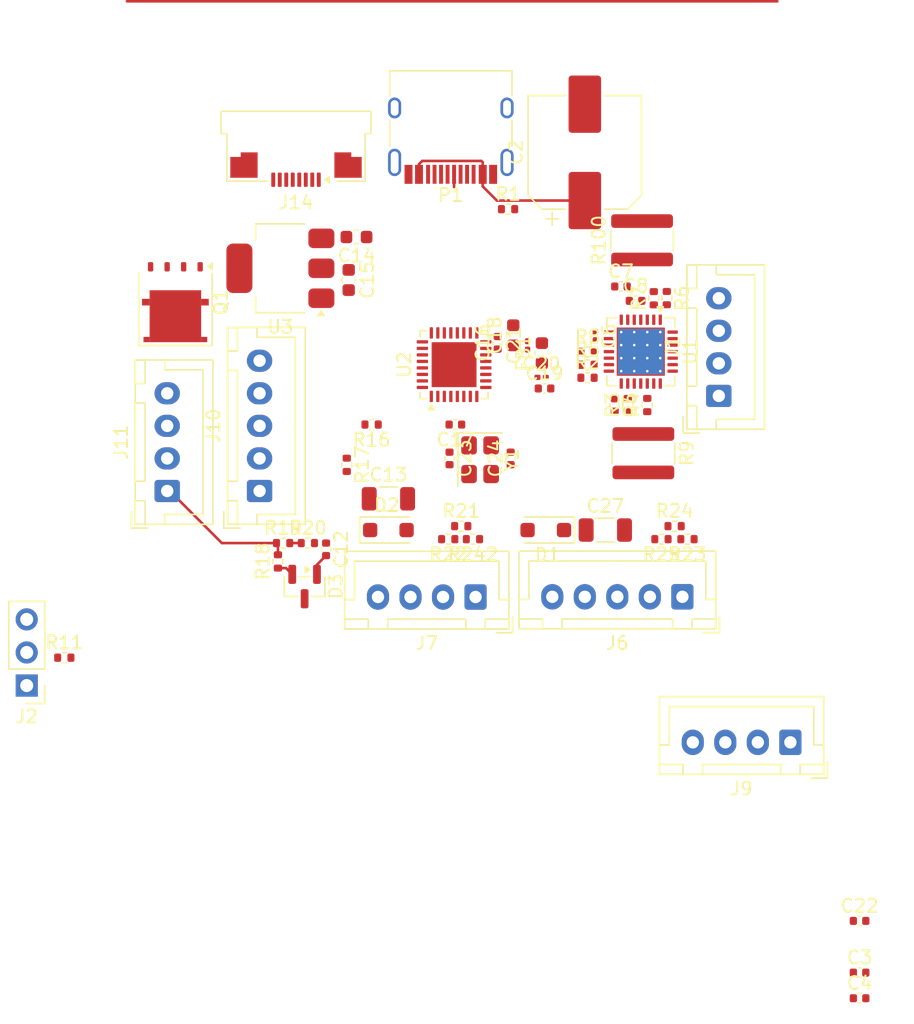
<source format=kicad_pcb>
(kicad_pcb (version 20241229) (generator "pcbnew") (generator_version "9.0")
  (layers (0 "F.Cu" signal) (2 "B.Cu" signal) (13 "F.Paste" user) (15 "B.Paste" user) (5 "F.SilkS" user "F.Silkscreen") (7 "B.SilkS" user "B.Silkscreen") (1 "F.Mask" user) (3 "B.Mask" user) (25 "Edge.Cuts" user))
  (net 0 "")
  (net 1 "GND")
  (net 2 "+24V")
  (net 3 "+3V3")
  (net 4 "+5V")
  (net 5 "Net-(J6-Pin_2)")
  (net 6 "Net-(J7-Pin_1)")
  (net 7 "/heaters/THERMISTER")
  (net 8 "Net-(J11-Pin_1)")
  (net 9 "+3V3A")
  (net 10 "Net-(SW1-B)")
  (net 11 "Net-(U2-PF0)")
  (net 12 "Net-(U2-PF1)")
  (net 13 "+3.3VADC")
  (net 14 "Net-(D3-K-Pad3)")
  (net 15 "Net-(J2-Pin_2)")
  (net 16 "/fans/EXTR_FAN_PWM")
  (net 17 "Net-(J11-Pin_4)")
  (net 19 "/fans/PART_FAN_PWM")
  (net 20 "/mcu/ADXL_SDA")
  (net 21 "/mcu/ADXL_SCK")
  (net 22 "GND3")
  (net 23 "/mcu/BIQU_BL_PROBE")
  (net 24 "/mcu/BIQU_BL_SERVO")
  (net 25 "/communications/USB_D+")
  (net 26 "VBUS")
  (net 27 "/communications/USB_D-")
  (net 28 "/mcu/FILA_SENSOR_1ADC")
  (net 29 "Net-(U2-PB8)")
  (net 30 "/mcu/FILA_SENSOR_2")
  (net 31 "Net-(Q1-G)")
  (net 32 "/heaters/HOTEND_PWM")
  (net 33 "/fans/EXTR_FAN_TACH")
  (net 34 "/fans/PART_FAN_TACH")
  (net 35 "/mcu/SWCLK")
  (net 36 "/mcu/EXTRUDER_DIAG")
  (net 37 "/mcu/EXTRUDER_DIR")
  (net 38 "/mcu/EXTRUDER_STEP")
  (net 39 "/mcu/EXTRUDER_RX")
  (net 40 "/mcu/SWDIO")
  (net 41 "/mcu/EXTRUDER_TX")
  (net 42 "/mcu/EXTRUDER_ENABLE")
  (net 43 "Net-(J1-Pin_1)")
  (net 44 "Net-(J1-Pin_4)")
  (net 45 "Net-(U1-STEP)")
  (net 46 "Net-(U1-DIAG)")
  (net 47 "Net-(U1-DIR)")
  (net 50 "Net-(U1-BRA)")
  (net 52 "Net-(U1-CPO)")
  (net 54 "Net-(U1-VCP)")
  (net 55 "Net-(U1-~{EN})")
  (net 56 "Net-(U1-CLK)")
  (net 58 "Net-(U1-CPI)")
  (net 59 "Net-(U1-BRB)")
  (net 60 "Net-(J1-Pin_2)")
  (net 61 "Net-(J1-Pin_3)")
  (net 62 "Net-(J14-Pin_1)")
  (footprint "Capacitor_SMD:CP_Elec_8x10.5" (layer "F.Cu") (at 205.2 66.6 90)
    (property "Reference" "C2" (at 0 -5.3 90) (layer "F.SilkS"))
    (property "Value" "100uF 50V")
    (pad "1" smd roundrect (at -3.7 0 90) (size 4.4 2.5) (layers "F.Cu" "F.Mask" "F.Paste") (roundrect_rratio 0.1) (net 2 "+24V"))
    (pad "2" smd roundrect (at 3.7 0 90) (size 4.4 2.5) (layers "F.Cu" "F.Mask" "F.Paste") (roundrect_rratio 0.1) (net 1 "GND"))
  )
  (footprint "Diode_SMD:D_SOD-123F" (layer "F.Cu") (at 190.1 95.6)
    (property "Reference" "D2" (at -0.127 -1.905 0) (layer "F.SilkS"))
    (property "Value" "D")
    (pad "1" smd roundrect (at -1.4 0) (size 1.1 1.1) (layers "F.Cu" "F.Mask" "F.Paste") (roundrect_rratio 0.2272727273) (net 2 "+24V"))
    (pad "2" smd roundrect (at 1.4 0) (size 1.1 1.1) (layers "F.Cu" "F.Mask" "F.Paste") (roundrect_rratio 0.2272727273) (net 1 "GND"))
  )
  (footprint "Package_TO_SOT_SMD:SOT-23" (layer "F.Cu") (at 183.66 99.9375 -90)
    (property "Reference" "D3" (at 0 -2.4 90) (layer "F.SilkS"))
    (property "Value" "BAV99")
    (pad "1" smd roundrect (at -0.9375 -0.95 270) (size 1.475 0.6) (layers "F.Cu" "F.Mask" "F.Paste") (net 1 "GND"))
    (pad "2" smd roundrect (at -0.9375 0.95 270) (size 1.475 0.6) (layers "F.Cu" "F.Mask" "F.Paste") (net 13 "+3.3VADC"))
    (pad "3" smd roundrect (at 0.9375 0 270) (size 1.475 0.6) (layers "F.Cu" "F.Mask" "F.Paste") (net 14 "Net-(D3-K-Pad3)"))
  )
  (footprint "Package_DFN_QFN:VQFN-28-1EP_5x5mm_P0.5mm_EP3.7x3.7mm_ThermalVias" (layer "F.Cu") (at 209.5 81.9 -90)
    (property "Reference" "U1" (at 0 -3.8 90) (layer "F.SilkS"))
    (property "Value" "TMC2209-LA")
    (pad "1" smd roundrect (at -2.45 -1.5 270) (size 0.8 0.25) (layers "F.Cu" "F.Mask" "F.Paste") (net 44 "Net-(J1-Pin_4)"))
    (pad "2" smd roundrect (at -2.45 -1 270) (size 0.8 0.25) (layers "F.Cu" "F.Mask" "F.Paste") (net 55 "Net-(U1-~{EN})"))
    (pad "3" smd roundrect (at -2.45 -0.5 270) (size 0.8 0.25) (layers "F.Cu" "F.Mask" "F.Paste") (net 1 "GND"))
    (pad "4" smd roundrect (at -2.45 0 270) (size 0.8 0.25) (layers "F.Cu" "F.Mask" "F.Paste") (net 52 "Net-(U1-CPO)"))
    (pad "5" smd roundrect (at -2.45 0.5 270) (size 0.8 0.25) (layers "F.Cu" "F.Mask" "F.Paste") (net 58 "Net-(U1-CPI)"))
    (pad "6" smd roundrect (at -2.45 1 270) (size 0.8 0.25) (layers "F.Cu" "F.Mask" "F.Paste") (net 54 "Net-(U1-VCP)"))
    (pad "7" smd roundrect (at -2.45 1.5 270) (size 0.8 0.25) (layers "F.Cu" "F.Mask" "F.Paste"))
    (pad "8" smd roundrect (at -1.5 2.45 270) (size 0.25 0.8) (layers "F.Cu" "F.Mask" "F.Paste") (net 4 "+5V"))
    (pad "9" smd roundrect (at -1 2.45 270) (size 0.25 0.8) (layers "F.Cu" "F.Mask" "F.Paste") (net 1 "GND"))
    (pad "10" smd roundrect (at -0.5 2.45 270) (size 0.25 0.8) (layers "F.Cu" "F.Mask" "F.Paste") (net 1 "GND"))
    (pad "11" smd roundrect (at 0 2.45 270) (size 0.25 0.8) (layers "F.Cu" "F.Mask" "F.Paste") (net 46 "Net-(U1-DIAG)"))
    (pad "12" smd roundrect (at 0.5 2.45 270) (size 0.25 0.8) (layers "F.Cu" "F.Mask" "F.Paste"))
    (pad "13" smd roundrect (at 1 2.45 270) (size 0.25 0.8) (layers "F.Cu" "F.Mask" "F.Paste") (net 56 "Net-(U1-CLK)"))
    (pad "14" smd roundrect (at 1.5 2.45 270) (size 0.25 0.8) (layers "F.Cu" "F.Mask" "F.Paste") (net 41 "/mcu/EXTRUDER_TX"))
    (pad "15" smd roundrect (at 2.45 1.5 270) (size 0.8 0.25) (layers "F.Cu" "F.Mask" "F.Paste") (net 3 "+3V3"))
    (pad "16" smd roundrect (at 2.45 1 270) (size 0.8 0.25) (layers "F.Cu" "F.Mask" "F.Paste") (net 45 "Net-(U1-STEP)"))
    (pad "17" smd roundrect (at 2.45 0.5 270) (size 0.8 0.25) (layers "F.Cu" "F.Mask" "F.Paste"))
    (pad "18" smd roundrect (at 2.45 0 270) (size 0.8 0.25) (layers "F.Cu" "F.Mask" "F.Paste") (net 1 "GND"))
    (pad "19" smd roundrect (at 2.45 -0.5 270) (size 0.8 0.25) (layers "F.Cu" "F.Mask" "F.Paste") (net 47 "Net-(U1-DIR)"))
    (pad "20" smd roundrect (at 2.45 -1 270) (size 0.8 0.25) (layers "F.Cu" "F.Mask" "F.Paste"))
    (pad "21" smd roundrect (at 2.45 -1.5 270) (size 0.8 0.25) (layers "F.Cu" "F.Mask" "F.Paste") (net 43 "Net-(J1-Pin_1)"))
    (pad "22" smd roundrect (at 1.5 -2.45 270) (size 0.25 0.8) (layers "F.Cu" "F.Mask" "F.Paste") (net 2 "+24V"))
    (pad "23" smd roundrect (at 1 -2.45 270) (size 0.25 0.8) (layers "F.Cu" "F.Mask" "F.Paste") (net 50 "Net-(U1-BRA)"))
    (pad "24" smd roundrect (at 0.5 -2.45 270) (size 0.25 0.8) (layers "F.Cu" "F.Mask" "F.Paste") (net 60 "Net-(J1-Pin_2)"))
    (pad "25" smd roundrect (at 0 -2.45 270) (size 0.25 0.8) (layers "F.Cu" "F.Mask" "F.Paste"))
    (pad "26" smd roundrect (at -0.5 -2.45 270) (size 0.25 0.8) (layers "F.Cu" "F.Mask" "F.Paste") (net 61 "Net-(J1-Pin_3)"))
    (pad "27" smd roundrect (at -1 -2.45 270) (size 0.25 0.8) (layers "F.Cu" "F.Mask" "F.Paste") (net 59 "Net-(U1-BRB)"))
    (pad "28" smd roundrect (at -1.5 -2.45 270) (size 0.25 0.8) (layers "F.Cu" "F.Mask" "F.Paste") (net 2 "+24V"))
    (pad "29" thru_hole circle (at -1.5 -1.5 270) (size 0.5 0.5) (drill 0.2) (property pad_prop_heatsink) (layers "*.Cu") (net 1 "GND"))
    (pad "29" thru_hole circle (at -1.5 -0.5 270) (size 0.5 0.5) (drill 0.2) (property pad_prop_heatsink) (layers "*.Cu") (net 1 "GND"))
    (pad "29" thru_hole circle (at -1.5 0.5 270) (size 0.5 0.5) (drill 0.2) (property pad_prop_heatsink) (layers "*.Cu") (net 1 "GND"))
    (pad "29" thru_hole circle (at -1.5 1.5 270) (size 0.5 0.5) (drill 0.2) (property pad_prop_heatsink) (layers "*.Cu") (net 1 "GND"))
    (pad "29" thru_hole circle (at -0.5 -1.5 270) (size 0.5 0.5) (drill 0.2) (property pad_prop_heatsink) (layers "*.Cu") (net 1 "GND"))
    (pad "29" thru_hole circle (at -0.5 -0.5 270) (size 0.5 0.5) (drill 0.2) (property pad_prop_heatsink) (layers "*.Cu") (net 1 "GND"))
    (pad "29" thru_hole circle (at -0.5 0.5 270) (size 0.5 0.5) (drill 0.2) (property pad_prop_heatsink) (layers "*.Cu") (net 1 "GND"))
    (pad "29" thru_hole circle (at -0.5 1.5 270) (size 0.5 0.5) (drill 0.2) (property pad_prop_heatsink) (layers "*.Cu") (net 1 "GND"))
    (pad "29" smd rect (at 0 0 270) (size 3.5 3.5) (property pad_prop_heatsink) (layers "B.Cu") (net 1 "GND"))
    (pad "29" smd rect (at 0 0 270) (size 3.7 3.7) (property pad_prop_heatsink) (layers "F.Cu" "F.Mask") (net 1 "GND"))
    (pad "29" thru_hole circle (at 0.5 -1.5 270) (size 0.5 0.5) (drill 0.2) (property pad_prop_heatsink) (layers "*.Cu") (net 1 "GND"))
    (pad "29" thru_hole circle (at 0.5 -0.5 270) (size 0.5 0.5) (drill 0.2) (property pad_prop_heatsink) (layers "*.Cu") (net 1 "GND"))
    (pad "29" thru_hole circle (at 0.5 0.5 270) (size 0.5 0.5) (drill 0.2) (property pad_prop_heatsink) (layers "*.Cu") (net 1 "GND"))
    (pad "29" thru_hole circle (at 0.5 1.5 270) (size 0.5 0.5) (drill 0.2) (property pad_prop_heatsink) (layers "*.Cu") (net 1 "GND"))
    (pad "29" thru_hole circle (at 1.5 -1.5 270) (size 0.5 0.5) (drill 0.2) (property pad_prop_heatsink) (layers "*.Cu") (net 1 "GND"))
    (pad "29" thru_hole circle (at 1.5 -0.5 270) (size 0.5 0.5) (drill 0.2) (property pad_prop_heatsink) (layers "*.Cu") (net 1 "GND"))
    (pad "29" thru_hole circle (at 1.5 0.5 270) (size 0.5 0.5) (drill 0.2) (property pad_prop_heatsink) (layers "*.Cu") (net 1 "GND"))
    (pad "29" thru_hole circle (at 1.5 1.5 270) (size 0.5 0.5) (drill 0.2) (property pad_prop_heatsink) (layers "*.Cu") (net 1 "GND"))
  )
  (footprint "Resistor_SMD:R_0402_1005Metric" (layer "F.Cu") (at 195.7 95.3)
    (property "Reference" "R21" (at 0 -1.17 0) (layer "F.SilkS"))
    (property "Value" "10k")
    (pad "1" smd roundrect (at -0.51 0) (size 0.54 0.64) (layers "F.Cu" "F.Mask" "F.Paste") (net 3 "+3V3"))
    (pad "2" smd roundrect (at 0.51 0) (size 0.54 0.64) (layers "F.Cu" "F.Mask" "F.Paste") (net 6 "Net-(J7-Pin_1)"))
  )
  (footprint "Connector_USB:USB_C_Receptacle_HRO_TYPE-C-31-M-12" (layer "F.Cu") (at 194.9 64.24 180)
    (property "Reference" "P1" (at 0 -5.645 0) (layer "F.SilkS"))
    (property "Value" "USB_C_Plug")
    (pad "" np_thru_hole circle (at -2.89 -2.6 180) (size 0.65 0.65) (drill 0.65) (layers "*.Cu" "*.Mask"))
    (pad "" np_thru_hole circle (at 2.89 -2.6 180) (size 0.65 0.65) (drill 0.65) (layers "*.Cu" "*.Mask"))
    (pad "A1" smd rect (at -3.25 -4.045 180) (size 0.6 1.45) (layers "F.Cu" "F.Mask" "F.Paste") (net 1 "GND"))
    (pad "A4" smd rect (at -2.45 -4.045 180) (size 0.6 1.45) (layers "F.Cu" "F.Mask" "F.Paste") (net 2 "+24V"))
    (pad "A5" smd rect (at -1.25 -4.045 180) (size 0.3 1.45) (layers "F.Cu" "F.Mask" "F.Paste") (net 26 "VBUS"))
    (pad "A6" smd rect (at -0.25 -4.045 180) (size 0.3 1.45) (layers "F.Cu" "F.Mask" "F.Paste") (net 25 "/communications/USB_D+"))
    (pad "A7" smd rect (at 0.25 -4.045 180) (size 0.3 1.45) (layers "F.Cu" "F.Mask" "F.Paste") (net 27 "/communications/USB_D-"))
    (pad "A8" smd rect (at 1.25 -4.045 180) (size 0.3 1.45) (layers "F.Cu" "F.Mask" "F.Paste") (net 26 "VBUS"))
    (pad "A9" smd rect (at 2.45 -4.045 180) (size 0.6 1.45) (layers "F.Cu" "F.Mask" "F.Paste") (net 2 "+24V"))
    (pad "A12" smd rect (at 3.25 -4.045 180) (size 0.6 1.45) (layers "F.Cu" "F.Mask" "F.Paste") (net 1 "GND"))
    (pad "B1" smd rect (at 3.25 -4.045 180) (size 0.6 1.45) (layers "F.Cu" "F.Mask" "F.Paste") (net 1 "GND"))
    (pad "B4" smd rect (at 2.45 -4.045 180) (size 0.6 1.45) (layers "F.Cu" "F.Mask" "F.Paste") (net 2 "+24V"))
    (pad "B5" smd rect (at 1.75 -4.045 180) (size 0.3 1.45) (layers "F.Cu" "F.Mask" "F.Paste") (net 26 "VBUS"))
    (pad "B6" smd rect (at 0.75 -4.045 180) (size 0.3 1.45) (layers "F.Cu" "F.Mask" "F.Paste"))
    (pad "B7" smd rect (at -0.75 -4.045 180) (size 0.3 1.45) (layers "F.Cu" "F.Mask" "F.Paste"))
    (pad "B8" smd rect (at -1.75 -4.045 180) (size 0.3 1.45) (layers "F.Cu" "F.Mask" "F.Paste") (net 26 "VBUS"))
    (pad "B9" smd rect (at -2.45 -4.045 180) (size 0.6 1.45) (layers "F.Cu" "F.Mask" "F.Paste") (net 2 "+24V"))
    (pad "B12" smd rect (at -3.25 -4.045 180) (size 0.6 1.45) (layers "F.Cu" "F.Mask" "F.Paste") (net 1 "GND"))
    (pad "S1" thru_hole oval (at -4.32 -3.13 180) (size 1 2.1) (drill oval 0.6 1.7) (property pad_prop_heatsink) (layers "*.Cu" "*.Mask") (net 1 "GND"))
    (pad "S1" thru_hole oval (at -4.32 1.05 180) (size 1 1.6) (drill oval 0.6 1.2) (property pad_prop_heatsink) (layers "*.Cu" "*.Mask") (net 1 "GND"))
    (pad "S1" thru_hole oval (at 4.32 -3.13 180) (size 1 2.1) (drill oval 0.6 1.7) (property pad_prop_heatsink) (layers "*.Cu" "*.Mask") (net 1 "GND"))
    (pad "S1" thru_hole oval (at 4.32 1.05 180) (size 1 1.6) (drill oval 0.6 1.2) (property pad_prop_heatsink) (layers "*.Cu" "*.Mask") (net 1 "GND"))
  )
  (footprint "Capacitor_SMD:C_0402_1005Metric" (layer "F.Cu") (at 202.102519 84.728654)
    (property "Reference" "C19" (at 0 -1.16 0) (layer "F.SilkS"))
    (property "Value" "10nF")
    (pad "1" smd roundrect (at -0.48 0) (size 0.56 0.62) (layers "F.Cu" "F.Mask" "F.Paste") (net 9 "+3V3A"))
    (pad "2" smd roundrect (at 0.48 0) (size 0.56 0.62) (layers "F.Cu" "F.Mask" "F.Paste") (net 1 "GND"))
  )
  (footprint "Capacitor_SMD:C_0603_1608Metric" (layer "F.Cu") (at 187.05 76.4 -90)
    (property "Reference" "C15" (at 0 -1.43 90) (layer "F.SilkS"))
    (property "Value" "10uF")
    (pad "1" smd roundrect (at -0.775 0 270) (size 0.9 0.95) (layers "F.Cu" "F.Mask" "F.Paste") (net 3 "+3V3"))
    (pad "2" smd roundrect (at 0.775 0 270) (size 0.9 0.95) (layers "F.Cu" "F.Mask" "F.Paste") (net 1 "GND"))
  )
  (footprint "Resistor_SMD:R_0402_1005Metric" (layer "F.Cu") (at 205.406264 83.905742)
    (property "Reference" "R2" (at 0 -1.17 0) (layer "F.SilkS"))
    (property "Value" "20ko")
    (pad "1" smd roundrect (at -0.51 0) (size 0.54 0.64) (layers "F.Cu" "F.Mask" "F.Paste") (net 1 "GND"))
    (pad "2" smd roundrect (at 0.51 0) (size 0.54 0.64) (layers "F.Cu" "F.Mask" "F.Paste") (net 41 "/mcu/EXTRUDER_TX"))
  )
  (footprint "Capacitor_SMD:C_0603_1608Metric" (layer "F.Cu") (at 201.9 82.0225 90)
    (property "Reference" "FB1" (at 0 -1.43 90) (layer "F.SilkS"))
    (property "Value" "120r 100MHz")
    (pad "1" smd roundrect (at -0.775 0 90) (size 0.9 0.95) (layers "F.Cu" "F.Mask" "F.Paste") (net 9 "+3V3A"))
    (pad "2" smd roundrect (at 0.775 0 90) (size 0.9 0.95) (layers "F.Cu" "F.Mask" "F.Paste") (net 3 "+3V3"))
  )
  (footprint "Capacitor_SMD:C_0603_1608Metric" (layer "F.Cu") (at 199.7 80.6475 90)
    (property "Reference" "C18" (at 0 -1.43 90) (layer "F.SilkS"))
    (property "Value" "10uF")
    (pad "1" smd roundrect (at -0.775 0 90) (size 0.9 0.95) (layers "F.Cu" "F.Mask" "F.Paste") (net 3 "+3V3"))
    (pad "2" smd roundrect (at 0.775 0 90) (size 0.9 0.95) (layers "F.Cu" "F.Mask" "F.Paste") (net 1 "GND"))
  )
  (footprint "Resistor_SMD:R_0402_1005Metric" (layer "F.Cu") (at 186.9 90.59 -90)
    (property "Reference" "R17" (at 0 -1.17 90) (layer "F.SilkS"))
    (property "Value" "20kR")
    (pad "1" smd roundrect (at -0.51 0 270) (size 0.54 0.64) (layers "F.Cu" "F.Mask" "F.Paste") (net 32 "/heaters/HOTEND_PWM"))
    (pad "2" smd roundrect (at 0.51 0 270) (size 0.54 0.64) (layers "F.Cu" "F.Mask" "F.Paste") (net 1 "GND"))
  )
  (footprint "Diode_SMD:D_SOD-123F" (layer "F.Cu") (at 202.2 95.6 180)
    (property "Reference" "D1" (at -0.127 -1.905 0) (layer "F.SilkS"))
    (property "Value" "D")
    (pad "1" smd roundrect (at -1.4 0 180) (size 1.1 1.1) (layers "F.Cu" "F.Mask" "F.Paste") (roundrect_rratio 0.2272727273) (net 26 "VBUS"))
    (pad "2" smd roundrect (at 1.4 0 180) (size 1.1 1.1) (layers "F.Cu" "F.Mask" "F.Paste") (roundrect_rratio 0.2272727273) (net 1 "GND"))
  )
  (footprint "Resistor_SMD:R_0402_1005Metric" (layer "F.Cu") (at 205.402449 82.910092)
    (property "Reference" "R5" (at 0 -1.17 0) (layer "F.SilkS"))
    (property "Value" "20ko")
    (pad "1" smd roundrect (at -0.51 0) (size 0.54 0.64) (layers "F.Cu" "F.Mask" "F.Paste") (net 1 "GND"))
    (pad "2" smd roundrect (at 0.51 0) (size 0.54 0.64) (layers "F.Cu" "F.Mask" "F.Paste") (net 56 "Net-(U1-CLK)"))
  )
  (footprint "Capacitor_SMD:C_0201_0603Metric" (layer "F.Cu") (at 201.879627 83.871709)
    (property "Reference" "C20" (at 0 -1.05 0) (layer "F.SilkS"))
    (property "Value" "1uF")
    (pad "1" smd roundrect (at -0.32 0) (size 0.46 0.4) (layers "F.Cu" "F.Mask") (net 9 "+3V3A"))
    (pad "2" smd roundrect (at 0.32 0) (size 0.46 0.4) (layers "F.Cu" "F.Mask") (net 1 "GND"))
  )
  (footprint "Resistor_SMD:R_0402_1005Metric" (layer "F.Cu") (at 208.5 86 90)
    (property "Reference" "R3" (at 0 -1.17 90) (layer "F.SilkS"))
    (property "Value" "100o")
    (pad "1" smd roundrect (at -0.51 0 90) (size 0.54 0.64) (layers "F.Cu" "F.Mask" "F.Paste") (net 38 "/mcu/EXTRUDER_STEP"))
    (pad "2" smd roundrect (at 0.51 0 90) (size 0.54 0.64) (layers "F.Cu" "F.Mask" "F.Paste") (net 45 "Net-(U1-STEP)"))
  )
  (footprint "Capacitor_SMD:C_0402_1005Metric" (layer "F.Cu") (at 194.8 90.1 -90)
    (property "Reference" "C23" (at 0 -1.16 90) (layer "F.SilkS"))
    (property "Value" "30pF")
    (pad "1" smd roundrect (at -0.48 0 270) (size 0.56 0.62) (layers "F.Cu" "F.Mask" "F.Paste") (net 11 "Net-(U2-PF0)"))
    (pad "2" smd roundrect (at 0.48 0 270) (size 0.56 0.62) (layers "F.Cu" "F.Mask" "F.Paste") (net 1 "GND"))
  )
  (footprint "Resistor_SMD:R_0402_1005Metric" (layer "F.Cu") (at 196.6 96.3 180)
    (property "Reference" "R242" (at 0 -1.17 0) (layer "F.SilkS"))
    (property "Value" "10k")
    (pad "1" smd roundrect (at -0.51 0 180) (size 0.54 0.64) (layers "F.Cu" "F.Mask" "F.Paste") (net 34 "/fans/PART_FAN_TACH"))
    (pad "2" smd roundrect (at 0.51 0 180) (size 0.54 0.64) (layers "F.Cu" "F.Mask" "F.Paste") (net 6 "Net-(J7-Pin_1)"))
  )
  (footprint "Resistor_SMD:R_0402_1005Metric" (layer "F.Cu") (at 182.01 96.6)
    (property "Reference" "R19" (at 0 -1.17 0) (layer "F.SilkS"))
    (property "Value" "2.37kR")
    (pad "1" smd roundrect (at -0.51 0) (size 0.54 0.64) (layers "F.Cu" "F.Mask" "F.Paste") (net 8 "Net-(J11-Pin_1)"))
    (pad "2" smd roundrect (at 0.51 0) (size 0.54 0.64) (layers "F.Cu" "F.Mask" "F.Paste") (net 14 "Net-(D3-K-Pad3)"))
  )
  (footprint "Capacitor_SMD:C_1206_3216Metric" (layer "F.Cu") (at 190.1 93.2)
    (property "Reference" "C13" (at 0 -1.85 0) (layer "F.SilkS"))
    (property "Value" "4.7uF 50V")
    (pad "1" smd roundrect (at -1.475 0) (size 1.15 1.8) (layers "F.Cu" "F.Mask" "F.Paste") (roundrect_rratio 0.217391) (net 2 "+24V"))
    (pad "2" smd roundrect (at 1.475 0) (size 1.15 1.8) (layers "F.Cu" "F.Mask" "F.Paste") (roundrect_rratio 0.217391) (net 1 "GND"))
  )
  (footprint "Package_TO_SOT_SMD:SOT-223-3_TabPin2" (layer "F.Cu") (at 181.8 75.5 180)
    (property "Reference" "U3" (at 0 -4.5 0) (layer "F.SilkS"))
    (property "Value" "AMS1117-3.3")
    (pad "1" smd roundrect (at -3.15 -2.3 180) (size 2 1.5) (layers "F.Cu" "F.Mask" "F.Paste") (net 1 "GND"))
    (pad "2" smd roundrect (at -3.15 0 180) (size 2 1.5) (layers "F.Cu" "F.Mask" "F.Paste") (net 3 "+3V3"))
    (pad "2" smd roundrect (at 3.15 0 180) (size 2 3.8) (layers "F.Cu" "F.Mask" "F.Paste") (net 3 "+3V3"))
    (pad "3" smd roundrect (at -3.15 2.3 180) (size 2 1.5) (layers "F.Cu" "F.Mask" "F.Paste") (net 26 "VBUS"))
  )
  (footprint "Capacitor_SMD:C_0402_1005Metric" (layer "F.Cu") (at 198.5 81.2225 90)
    (property "Reference" "C16" (at 0 -1.16 90) (layer "F.SilkS"))
    (property "Value" "100nF")
    (pad "1" smd roundrect (at -0.48 0 90) (size 0.56 0.62) (layers "F.Cu" "F.Mask" "F.Paste") (net 3 "+3V3"))
    (pad "2" smd roundrect (at 0.48 0 90) (size 0.56 0.62) (layers "F.Cu" "F.Mask" "F.Paste") (net 1 "GND"))
  )
  (footprint "Connector_JST:JST_XH_B4B-XH-A_1x04_P2.50mm_Vertical" (layer "F.Cu") (at 221 111.9 180)
    (property "Reference" "J9" (at 3.75 -3.55 0) (layer "F.SilkS"))
    (property "Value" "ADXL345")
    (pad "1" thru_hole roundrect (at 0 0 180) (size 1.7 1.95) (drill 0.95) (layers "*.Cu" "*.Mask") (roundrect_rratio 0.147059) (net 3 "+3V3"))
    (pad "2" thru_hole oval (at 2.5 0 180) (size 1.7 1.95) (drill 0.95) (layers "*.Cu" "*.Mask") (net 1 "GND"))
    (pad "3" thru_hole oval (at 5 0 180) (size 1.7 1.95) (drill 0.95) (layers "*.Cu" "*.Mask") (net 20 "/mcu/ADXL_SDA"))
    (pad "4" thru_hole oval (at 7.5 0 180) (size 1.7 1.95) (drill 0.95) (layers "*.Cu" "*.Mask") (net 21 "/mcu/ADXL_SCK"))
  )
  (footprint "Resistor_SMD:R_0402_1005Metric" (layer "F.Cu") (at 181.61 98.01 90)
    (property "Reference" "R18" (at 0 -1.17 90) (layer "F.SilkS"))
    (property "Value" "4.7kR")
    (pad "1" smd roundrect (at -0.51 0 90) (size 0.54 0.64) (layers "F.Cu" "F.Mask" "F.Paste") (net 13 "+3.3VADC"))
    (pad "2" smd roundrect (at 0.51 0 90) (size 0.54 0.64) (layers "F.Cu" "F.Mask" "F.Paste") (net 8 "Net-(J11-Pin_1)"))
  )
  (footprint "Crystal:Crystal_SMD_3225-4Pin_3.2x2.5mm" (layer "F.Cu") (at 197.15 90.2 -90)
    (property "Reference" "Y1" (at 0 -2.45 90) (layer "F.SilkS"))
    (property "Value" "Crystal_GND24")
    (pad "1" smd roundrect (at -1.1 0.85 270) (size 1.4 1.2) (layers "F.Cu" "F.Mask" "F.Paste") (roundrect_rratio 0.208333) (net 11 "Net-(U2-PF0)"))
    (pad "2" smd roundrect (at 1.1 0.85 270) (size 1.4 1.2) (layers "F.Cu" "F.Mask" "F.Paste") (roundrect_rratio 0.208333) (net 1 "GND"))
    (pad "3" smd roundrect (at 1.1 -0.85 270) (size 1.4 1.2) (layers "F.Cu" "F.Mask" "F.Paste") (roundrect_rratio 0.208333) (net 12 "Net-(U2-PF1)"))
    (pad "4" smd roundrect (at -1.1 -0.85 270) (size 1.4 1.2) (layers "F.Cu" "F.Mask" "F.Paste") (roundrect_rratio 0.208333) (net 1 "GND"))
  )
  (footprint "Connector_JST:JST_XH_B4B-XH-A_1x04_P2.50mm_Vertical" (layer "F.Cu") (at 215.5 85.3 90)
    (property "Reference" "J1" (at 3.75 -3.55 90) (layer "F.SilkS"))
    (property "Value" "Motor_E")
    (pad "1" thru_hole roundrect (at 0 0 90) (size 1.7 1.95) (drill 0.95) (layers "*.Cu" "*.Mask") (roundrect_rratio 0.147059) (net 43 "Net-(J1-Pin_1)"))
    (pad "2" thru_hole oval (at 2.5 0 90) (size 1.7 1.95) (drill 0.95) (layers "*.Cu" "*.Mask") (net 60 "Net-(J1-Pin_2)"))
    (pad "3" thru_hole oval (at 5 0 90) (size 1.7 1.95) (drill 0.95) (layers "*.Cu" "*.Mask") (net 61 "Net-(J1-Pin_3)"))
    (pad "4" thru_hole oval (at 7.5 0 90) (size 1.7 1.95) (drill 0.95) (layers "*.Cu" "*.Mask") (net 44 "Net-(J1-Pin_4)"))
  )
  (footprint "Resistor_SMD:R_0402_1005Metric" (layer "F.Cu") (at 211.09 96.3 180)
    (property "Reference" "R25" (at 0 -1.17 0) (layer "F.SilkS"))
    (property "Value" "4.7k")
    (pad "1" smd roundrect (at -0.51 0 180) (size 0.54 0.64) (layers "F.Cu" "F.Mask" "F.Paste") (net 16 "/fans/EXTR_FAN_PWM"))
    (pad "2" smd roundrect (at 0.51 0 180) (size 0.54 0.64) (layers "F.Cu" "F.Mask" "F.Paste") (net 1 "GND"))
  )
  (footprint "Resistor_SMD:R_0402_1005Metric" (layer "F.Cu") (at 210 86 90)
    (property "Reference" "R4" (at 0 -1.17 90) (layer "F.SilkS"))
    (property "Value" "100o")
    (pad "1" smd roundrect (at -0.51 0 90) (size 0.54 0.64) (layers "F.Cu" "F.Mask" "F.Paste") (net 37 "/mcu/EXTRUDER_DIR"))
    (pad "2" smd roundrect (at 0.51 0 90) (size 0.54 0.64) (layers "F.Cu" "F.Mask" "F.Paste") (net 47 "Net-(U1-DIR)"))
  )
  (footprint "Resistor_SMD:R_0402_1005Metric" (layer "F.Cu") (at 210.5 77.8 90)
    (property "Reference" "R7" (at 0 -1.17 90) (layer "F.SilkS"))
    (property "Value" "20ko")
    (pad "1" smd roundrect (at -0.51 0 90) (size 0.54 0.64) (layers "F.Cu" "F.Mask" "F.Paste") (net 55 "Net-(U1-~{EN})"))
    (pad "2" smd roundrect (at 0.51 0 90) (size 0.54 0.64) (layers "F.Cu" "F.Mask" "F.Paste") (net 3 "+3V3"))
  )
  (footprint "Capacitor_SMD:C_0402_1005Metric" (layer "F.Cu") (at 195.25 87.5 180)
    (property "Reference" "C17" (at 0 -1.16 0) (layer "F.SilkS"))
    (property "Value" "100nF")
    (pad "1" smd roundrect (at -0.48 0 180) (size 0.56 0.62) (layers "F.Cu" "F.Mask" "F.Paste") (net 3 "+3V3"))
    (pad "2" smd roundrect (at 0.48 0 180) (size 0.56 0.62) (layers "F.Cu" "F.Mask" "F.Paste") (net 1 "GND"))
  )
  (footprint "Capacitor_SMD:C_0402_1005Metric" (layer "F.Cu") (at 209.1 78)
    (property "Reference" "C8" (at 0 -1.16 0) (layer "F.SilkS"))
    (property "Value" "22nF 50V")
    (pad "1" smd roundrect (at -0.48 0) (size 0.56 0.62) (layers "F.Cu" "F.Mask" "F.Paste") (net 58 "Net-(U1-CPI)"))
    (pad "2" smd roundrect (at 0.48 0) (size 0.56 0.62) (layers "F.Cu" "F.Mask" "F.Paste") (net 52 "Net-(U1-CPO)"))
  )
  (footprint "Resistor_SMD:R_1218_3246Metric" (layer "F.Cu") (at 209.7 89.7 -90)
    (property "Reference" "R9" (at 0 -3.33 270) (layer "F.SilkS"))
    (property "Value" "100mO")
    (pad "1" smd roundrect (at -1.475 0 270) (size 1.05 4.75) (layers "F.Cu" "F.Mask" "F.Paste") (roundrect_rratio 0.238095) (net 50 "Net-(U1-BRA)"))
    (pad "2" smd roundrect (at 1.475 0 270) (size 1.05 4.75) (layers "F.Cu" "F.Mask" "F.Paste") (roundrect_rratio 0.238095) (net 1 "GND"))
  )
  (footprint "Connector_PinHeader_2.54mm:PinHeader_1x03_P2.54mm_Vertical" (layer "F.Cu") (at 162.3 107.54 180)
    (property "Reference" "J2" (at 0 -2.38 0) (layer "F.SilkS"))
    (property "Value" "BOOT")
    (pad "1" thru_hole rect (at 0 0 180) (size 1.7 1.7) (drill 1) (layers "*.Cu" "*.Mask") (net 3 "+3V3"))
    (pad "2" thru_hole circle (at 0 2.54 180) (size 1.7 1.7) (drill 1) (layers "*.Cu" "*.Mask") (net 15 "Net-(J2-Pin_2)"))
    (pad "3" thru_hole circle (at 0 5.08 180) (size 1.7 1.7) (drill 1) (layers "*.Cu" "*.Mask") (net 1 "GND"))
  )
  (footprint "Resistor_SMD:R_0402_1005Metric" (layer "F.Cu") (at 194.7 96.3 180)
    (property "Reference" "R22" (at 0 -1.17 0) (layer "F.SilkS"))
    (property "Value" "4.7k")
    (pad "1" smd roundrect (at -0.51 0 180) (size 0.54 0.64) (layers "F.Cu" "F.Mask" "F.Paste") (net 19 "/fans/PART_FAN_PWM"))
    (pad "2" smd roundrect (at 0.51 0 180) (size 0.54 0.64) (layers "F.Cu" "F.Mask" "F.Paste") (net 1 "GND"))
  )
  (footprint "Connector_JST:JST_XH_B4B-XH-A_1x04_P2.50mm_Vertical" (layer "F.Cu") (at 173.1 92.6 90)
    (property "Reference" "J11" (at 3.75 -3.55 90) (layer "F.SilkS"))
    (property "Value" "HT_THO")
    (pad "1" thru_hole roundrect (at 0 0 90) (size 1.7 1.95) (drill 0.95) (layers "*.Cu" "*.Mask") (roundrect_rratio 0.147059) (net 8 "Net-(J11-Pin_1)"))
    (pad "2" thru_hole oval (at 2.5 0 90) (size 1.7 1.95) (drill 0.95) (layers "*.Cu" "*.Mask") (net 1 "GND"))
    (pad "3" thru_hole oval (at 5 0 90) (size 1.7 1.95) (drill 0.95) (layers "*.Cu" "*.Mask") (net 2 "+24V"))
    (pad "4" thru_hole oval (at 7.5 0 90) (size 1.7 1.95) (drill 0.95) (layers "*.Cu" "*.Mask") (net 17 "Net-(J11-Pin_4)"))
  )
  (footprint "Connector_JST:JST_XH_B4B-XH-A_1x04_P2.50mm_Vertical" (layer "F.Cu") (at 196.8 100.740135 180)
    (property "Reference" "J7" (at 3.75 -3.55 0) (layer "F.SilkS"))
    (property "Value" "PCF")
    (pad "1" thru_hole roundrect (at 0 0 180) (size 1.7 1.95) (drill 0.95) (layers "*.Cu" "*.Mask") (roundrect_rratio 0.147059) (net 6 "Net-(J7-Pin_1)"))
    (pad "2" thru_hole oval (at 2.5 0 180) (size 1.7 1.95) (drill 0.95) (layers "*.Cu" "*.Mask") (net 19 "/fans/PART_FAN_PWM"))
    (pad "3" thru_hole oval (at 5 0 180) (size 1.7 1.95) (drill 0.95) (layers "*.Cu" "*.Mask") (net 1 "GND"))
    (pad "4" thru_hole oval (at 7.5 0 180) (size 1.7 1.95) (drill 0.95) (layers "*.Cu" "*.Mask") (net 2 "+24V"))
  )
  (footprint "Resistor_SMD:R_0402_1005Metric" (layer "F.Cu") (at 205.413893 81.922072)
    (property "Reference" "R8" (at 0 -1.17 0) (layer "F.SilkS"))
    (property "Value" "100o")
    (pad "1" smd roundrect (at -0.51 0) (size 0.54 0.64) (layers "F.Cu" "F.Mask" "F.Paste") (net 46 "Net-(U1-DIAG)"))
    (pad "2" smd roundrect (at 0.51 0) (size 0.54 0.64) (layers "F.Cu" "F.Mask" "F.Paste") (net 36 "/mcu/EXTRUDER_DIAG"))
  )
  (footprint "Connector_JST:JST_XH_B5B-XH-A_1x05_P2.50mm_Vertical" (layer "F.Cu") (at 180.2 92.6 90)
    (property "Reference" "J10" (at 5 -3.55 90) (layer "F.SilkS"))
    (property "Value" "BL_PROBE")
    (pad "1" thru_hole roundrect (at 0 0 90) (size 1.7 1.95) (drill 0.95) (layers "*.Cu" "*.Mask") (roundrect_rratio 0.147059) (net 22 "GND3"))
    (pad "2" thru_hole oval (at 2.5 0 90) (size 1.7 1.95) (drill 0.95) (layers "*.Cu" "*.Mask") (net 23 "/mcu/BIQU_BL_PROBE"))
    (pad "3" thru_hole oval (at 5 0 90) (size 1.7 1.95) (drill 0.95) (layers "*.Cu" "*.Mask") (net 22 "GND3"))
    (pad "4" thru_hole oval (at 7.5 0 90) (size 1.7 1.95) (drill 0.95) (layers "*.Cu" "*.Mask") (net 3 "+3V3"))
    (pad "5" thru_hole oval (at 10 0 90) (size 1.7 1.95) (drill 0.95) (layers "*.Cu" "*.Mask") (net 24 "/mcu/BIQU_BL_SERVO"))
  )
  (footprint "Connector_JST:JST_XH_B5B-XH-A_1x05_P2.50mm_Vertical" (layer "F.Cu") (at 212.7 100.725 180)
    (property "Reference" "J6" (at 5 -3.55 0) (layer "F.SilkS"))
    (property "Value" "EXF")
    (pad "1" thru_hole roundrect (at 0 0 180) (size 1.7 1.95) (drill 0.95) (layers "*.Cu" "*.Mask") (roundrect_rratio 0.147059))
    (pad "2" thru_hole oval (at 2.5 0 180) (size 1.7 1.95) (drill 0.95) (layers "*.Cu" "*.Mask") (net 5 "Net-(J6-Pin_2)"))
    (pad "3" thru_hole oval (at 5 0 180) (size 1.7 1.95) (drill 0.95) (layers "*.Cu" "*.Mask") (net 16 "/fans/EXTR_FAN_PWM"))
    (pad "4" thru_hole oval (at 7.5 0 180) (size 1.7 1.95) (drill 0.95) (layers "*.Cu" "*.Mask") (net 1 "GND"))
    (pad "5" thru_hole oval (at 10 0 180) (size 1.7 1.95) (drill 0.95) (layers "*.Cu" "*.Mask") (net 26 "VBUS"))
  )
  (footprint "Capacitor_SMD:C_0201_0603Metric" (layer "F.Cu") (at 206 80.7 -90)
    (property "Reference" "C6" (at 0 -1.05 90) (layer "F.SilkS"))
    (property "Value" "4.7uF")
    (pad "1" smd roundrect (at -0.32 0 270) (size 0.46 0.4) (layers "F.Cu" "F.Mask") (net 4 "+5V"))
    (pad "2" smd roundrect (at 0.32 0 270) (size 0.46 0.4) (layers "F.Cu" "F.Mask") (net 1 "GND"))
  )
  (footprint "Resistor_SMD:R_0402_1005Metric" (layer "F.Cu") (at 188.81 87.5 180)
    (property "Reference" "R16" (at 0 -1.17 0) (layer "F.SilkS"))
    (property "Value" "10R")
    (pad "1" smd roundrect (at -0.51 0 180) (size 0.54 0.64) (layers "F.Cu" "F.Mask" "F.Paste") (net 32 "/heaters/HOTEND_PWM"))
    (pad "2" smd roundrect (at 0.51 0 180) (size 0.54 0.64) (layers "F.Cu" "F.Mask" "F.Paste") (net 31 "Net-(Q1-G)"))
  )
  (footprint "Connector_FFC-FPC:Amphenol_F32Q-1A7x1-11008_1x08-1MP_P0.5mm_Horizontal" (layer "F.Cu") (at 183 65.8 180)
    (property "Reference" "J14" (at 0 -4.65 0) (layer "F.SilkS"))
    (property "Value" "Conn_01x08_Pin")
    (pad "1" smd roundrect (at -1.75 -2.9 180) (size 0.3 1.1) (layers "F.Cu" "F.Mask" "F.Paste") (net 62 "Net-(J14-Pin_1)"))
    (pad "2" smd roundrect (at -1.25 -2.9 180) (size 0.3 1.1) (layers "F.Cu" "F.Mask" "F.Paste") (net 62 "Net-(J14-Pin_1)"))
    (pad "3" smd roundrect (at -0.75 -2.9 180) (size 0.3 1.1) (layers "F.Cu" "F.Mask" "F.Paste") (net 1 "GND"))
    (pad "4" smd roundrect (at -0.25 -2.9 180) (size 0.3 1.1) (layers "F.Cu" "F.Mask" "F.Paste") (net 28 "/mcu/FILA_SENSOR_1ADC"))
    (pad "5" smd roundrect (at 0.25 -2.9 180) (size 0.3 1.1) (layers "F.Cu" "F.Mask" "F.Paste") (net 28 "/mcu/FILA_SENSOR_1ADC"))
    (pad "6" smd roundrect (at 0.75 -2.9 180) (size 0.3 1.1) (layers "F.Cu" "F.Mask" "F.Paste") (net 28 "/mcu/FILA_SENSOR_1ADC"))
    (pad "7" smd roundrect (at 1.25 -2.9 180) (size 0.3 1.1) (layers "F.Cu" "F.Mask" "F.Paste") (net 3 "+3V3"))
    (pad "8" smd roundrect (at 1.75 -2.9 180) (size 0.3 1.1) (layers "F.Cu" "F.Mask" "F.Paste") (net 3 "+3V3"))
    (pad "MP" smd custom (at -4 -1.775 180) (size 1 1) (layers "F.Cu" "F.Mask" "F.Paste") (options (clearance outline) (anchor circle)) (primitives (gr_poly (pts (xy 1.05 -0.975) (xy 1.05 0.975) (xy -0.25 0.975) (xy -0.25 0.625) (xy -1.05 0.625) (xy -1.05 -0.975)) (width 0) (fill yes))))
    (pad "MP" smd custom (at 4 -1.775 180) (size 1 1) (layers "F.Cu" "F.Mask" "F.Paste") (options (clearance outline) (anchor circle)) (primitives (gr_poly (pts (xy -1.05 -0.975) (xy -1.05 0.975) (xy 0.25 0.975) (xy 0.25 0.625) (xy 1.05 0.625) (xy 1.05 -0.975)) (width 0) (fill yes))))
  )
  (footprint "Capacitor_SMD:C_0201_0603Metric" (layer "F.Cu") (at 200.8 81.4225 90)
    (property "Reference" "C21" (at 0 -1.05 90) (layer "F.SilkS"))
    (property "Value" "1uF")
    (pad "1" smd roundrect (at -0.32 0 90) (size 0.46 0.4) (layers "F.Cu" "F.Mask") (net 3 "+3V3"))
    (pad "2" smd roundrect (at 0.32 0 90) (size 0.46 0.4) (layers "F.Cu" "F.Mask") (net 1 "GND"))
  )
  (footprint "Resistor_SMD:R_0402_1005Metric" (layer "F.Cu") (at 199.3 70.96)
    (property "Reference" "R1" (at 0 -1.17 0) (layer "F.SilkS"))
    (property "Value" "1ko")
    (pad "1" smd roundrect (at -0.51 0) (size 0.54 0.64) (layers "F.Cu" "F.Mask" "F.Paste") (net 39 "/mcu/EXTRUDER_RX"))
    (pad "2" smd roundrect (at 0.51 0) (size 0.54 0.64) (layers "F.Cu" "F.Mask" "F.Paste") (net 41 "/mcu/EXTRUDER_TX"))
  )
  (footprint "Resistor_SMD:R_0402_1005Metric" (layer "F.Cu") (at 213.09 96.3 180)
    (property "Reference" "R23" (at 0 -1.17 0) (layer "F.SilkS"))
    (property "Value" "10k")
    (pad "1" smd roundrect (at -0.51 0 180) (size 0.54 0.64) (layers "F.Cu" "F.Mask" "F.Paste") (net 33 "/fans/EXTR_FAN_TACH"))
    (pad "2" smd roundrect (at 0.51 0 180) (size 0.54 0.64) (layers "F.Cu" "F.Mask" "F.Paste") (net 5 "Net-(J6-Pin_2)"))
  )
  (footprint "Resistor_SMD:R_0402_1005Metric" (layer "F.Cu") (at 211.5 77.79 -90)
    (property "Reference" "R6" (at 0 -1.17 90) (layer "F.SilkS"))
    (property "Value" "100o")
    (pad "1" smd roundrect (at -0.51 0 270) (size 0.54 0.64) (layers "F.Cu" "F.Mask" "F.Paste") (net 42 "/mcu/EXTRUDER_ENABLE"))
    (pad "2" smd roundrect (at 0.51 0 270) (size 0.54 0.64) (layers "F.Cu" "F.Mask" "F.Paste") (net 55 "Net-(U1-~{EN})"))
  )
  (footprint "Capacitor_SMD:C_0402_1005Metric" (layer "F.Cu") (at 226.32 131.55)
    (property "Reference" "C4" (at 0 -1.16 0) (layer "F.SilkS"))
    (property "Value" "100nF 50V")
    (pad "1" smd roundrect (at -0.48 0) (size 0.56 0.62) (layers "F.Cu" "F.Mask" "F.Paste") (net 2 "+24V"))
    (pad "2" smd roundrect (at 0.48 0) (size 0.56 0.62) (layers "F.Cu" "F.Mask" "F.Paste") (net 1 "GND"))
  )
  (footprint "Capacitor_SMD:C_0402_1005Metric" (layer "F.Cu") (at 207.98 76.9)
    (property "Reference" "C7" (at 0 -1.16 0) (layer "F.SilkS"))
    (property "Value" "100nF 50V")
    (pad "1" smd roundrect (at -0.48 0) (size 0.56 0.62) (layers "F.Cu" "F.Mask" "F.Paste") (net 54 "Net-(U1-VCP)"))
    (pad "2" smd roundrect (at 0.48 0) (size 0.56 0.62) (layers "F.Cu" "F.Mask" "F.Paste") (net 2 "+24V"))
  )
  (footprint "Package_DFN_QFN:QFN-32-1EP_5x5mm_P0.5mm_EP3.45x3.45mm" (layer "F.Cu") (at 195.15 82.9 90)
    (property "Reference" "U2" (at 0 -3.83 90) (layer "F.SilkS"))
    (property "Value" "STM32G431KBU3")
    (pad "1" smd roundrect (at -2.4375 -1.75 90) (size 0.875 0.25) (layers "F.Cu" "F.Mask" "F.Paste") (net 3 "+3V3"))
    (pad "2" smd roundrect (at -2.4375 -1.25 90) (size 0.875 0.25) (layers "F.Cu" "F.Mask" "F.Paste") (net 11 "Net-(U2-PF0)"))
    (pad "3" smd roundrect (at -2.4375 -0.75 90) (size 0.875 0.25) (layers "F.Cu" "F.Mask" "F.Paste") (net 12 "Net-(U2-PF1)"))
    (pad "4" smd roundrect (at -2.4375 -0.25 90) (size 0.875 0.25) (layers "F.Cu" "F.Mask" "F.Paste") (net 10 "Net-(SW1-B)"))
    (pad "5" smd roundrect (at -2.4375 0.25 90) (size 0.875 0.25) (layers "F.Cu" "F.Mask" "F.Paste") (net 24 "/mcu/BIQU_BL_SERVO"))
    (pad "6" smd roundrect (at -2.4375 0.75 90) (size 0.875 0.25) (layers "F.Cu" "F.Mask" "F.Paste") (net 23 "/mcu/BIQU_BL_PROBE"))
    (pad "7" smd roundrect (at -2.4375 1.25 90) (size 0.875 0.25) (layers "F.Cu" "F.Mask" "F.Paste") (net 28 "/mcu/FILA_SENSOR_1ADC"))
    (pad "8" smd roundrect (at -2.4375 1.75 90) (size 0.875 0.25) (layers "F.Cu" "F.Mask" "F.Paste") (net 30 "/mcu/FILA_SENSOR_2"))
    (pad "9" smd roundrect (at -1.75 2.4375 90) (size 0.25 0.875) (layers "F.Cu" "F.Mask" "F.Paste") (net 7 "/heaters/THERMISTER"))
    (pad "10" smd roundrect (at -1.25 2.4375 90) (size 0.25 0.875) (layers "F.Cu" "F.Mask" "F.Paste") (net 36 "/mcu/EXTRUDER_DIAG"))
    (pad "11" smd roundrect (at -0.75 2.4375 90) (size 0.25 0.875) (layers "F.Cu" "F.Mask" "F.Paste") (net 42 "/mcu/EXTRUDER_ENABLE"))
    (pad "12" smd roundrect (at -0.25 2.4375 90) (size 0.25 0.875) (layers "F.Cu" "F.Mask" "F.Paste") (net 37 "/mcu/EXTRUDER_DIR"))
    (pad "13" smd roundrect (at 0.25 2.4375 90) (size 0.25 0.875) (layers "F.Cu" "F.Mask" "F.Paste") (net 38 "/mcu/EXTRUDER_STEP"))
    (pad "14" smd roundrect (at 0.75 2.4375 90) (size 0.25 0.875) (layers "F.Cu" "F.Mask" "F.Paste") (net 1 "GND"))
    (pad "15" smd roundrect (at 1.25 2.4375 90) (size 0.25 0.875) (layers "F.Cu" "F.Mask" "F.Paste") (net 9 "+3V3A"))
    (pad "16" smd roundrect (at 1.75 2.4375 90) (size 0.25 0.875) (layers "F.Cu" "F.Mask" "F.Paste") (net 1 "GND"))
    (pad "17" smd roundrect (at 2.4375 1.75 90) (size 0.875 0.25) (layers "F.Cu" "F.Mask" "F.Paste") (net 3 "+3V3"))
    (pad "18" smd roundrect (at 2.4375 1.25 90) (size 0.875 0.25) (layers "F.Cu" "F.Mask" "F.Paste") (net 32 "/heaters/HOTEND_PWM"))
    (pad "19" smd roundrect (at 2.4375 0.75 90) (size 0.875 0.25) (layers "F.Cu" "F.Mask" "F.Paste") (net 41 "/mcu/EXTRUDER_TX"))
    (pad "20" smd roundrect (at 2.4375 0.25 90) (size 0.875 0.25) (layers "F.Cu" "F.Mask" "F.Paste") (net 39 "/mcu/EXTRUDER_RX"))
    (pad "21" smd roundrect (at 2.4375 -0.25 90) (size 0.875 0.25) (layers "F.Cu" "F.Mask" "F.Paste") (net 27 "/communications/USB_D-"))
    (pad "22" smd roundrect (at 2.4375 -0.75 90) (size 0.875 0.25) (layers "F.Cu" "F.Mask" "F.Paste") (net 25 "/communications/USB_D+"))
    (pad "23" smd roundrect (at 2.4375 -1.25 90) (size 0.875 0.25) (layers "F.Cu" "F.Mask" "F.Paste") (net 40 "/mcu/SWDIO"))
    (pad "24" smd roundrect (at 2.4375 -1.75 90) (size 0.875 0.25) (layers "F.Cu" "F.Mask" "F.Paste") (net 35 "/mcu/SWCLK"))
    (pad "25" smd roundrect (at 1.75 -2.4375 90) (size 0.25 0.875) (layers "F.Cu" "F.Mask" "F.Paste") (net 21 "/mcu/ADXL_SCK"))
    (pad "26" smd roundrect (at 1.25 -2.4375 90) (size 0.25 0.875) (layers "F.Cu" "F.Mask" "F.Paste") (net 19 "/fans/PART_FAN_PWM"))
    (pad "27" smd roundrect (at 0.75 -2.4375 90) (size 0.25 0.875) (layers "F.Cu" "F.Mask" "F.Paste") (net 34 "/fans/PART_FAN_TACH"))
    (pad "28" smd roundrect (at 0.25 -2.4375 90) (size 0.25 0.875) (layers "F.Cu" "F.Mask" "F.Paste") (net 16 "/fans/EXTR_FAN_PWM"))
    (pad "29" smd roundrect (at -0.25 -2.4375 90) (size 0.25 0.875) (layers "F.Cu" "F.Mask" "F.Paste") (net 33 "/fans/EXTR_FAN_TACH"))
    (pad "30" smd roundrect (at -0.75 -2.4375 90) (size 0.25 0.875) (layers "F.Cu" "F.Mask" "F.Paste") (net 20 "/mcu/ADXL_SDA"))
    (pad "31" smd roundrect (at -1.25 -2.4375 90) (size 0.25 0.875) (layers "F.Cu" "F.Mask" "F.Paste") (net 29 "Net-(U2-PB8)"))
    (pad "32" smd roundrect (at -1.75 -2.4375 90) (size 0.25 0.875) (layers "F.Cu" "F.Mask" "F.Paste") (net 1 "GND"))
    (pad "33" smd rect (at 0 0 90) (size 3.45 3.45) (property pad_prop_heatsink) (layers "F.Cu" "F.Mask") (net 1 "GND"))
  )
  (footprint "Capacitor_SMD:C_0402_1005Metric" (layer "F.Cu") (at 185.31 97.08 -90)
    (property "Reference" "C12" (at 0 -1.16 90) (layer "F.SilkS"))
    (property "Value" "100nF")
    (pad "1" smd roundrect (at -0.48 0 270) (size 0.56 0.62) (layers "F.Cu" "F.Mask" "F.Paste") (net 7 "/heaters/THERMISTER"))
    (pad "2" smd roundrect (at 0.48 0 270) (size 0.56 0.62) (layers "F.Cu" "F.Mask" "F.Paste") (net 1 "GND"))
  )
  (footprint "Capacitor_SMD:C_1206_3216Metric" (layer "F.Cu") (at 206.775 95.6)
    (property "Reference" "C27" (at 0 -1.85 0) (layer "F.SilkS"))
    (property "Value" "4.7uF 50V")
    (pad "1" smd roundrect (at -1.475 0) (size 1.15 1.8) (layers "F.Cu" "F.Mask" "F.Paste") (roundrect_rratio 0.217391) (net 26 "VBUS"))
    (pad "2" smd roundrect (at 1.475 0) (size 1.15 1.8) (layers "F.Cu" "F.Mask" "F.Paste") (roundrect_rratio 0.217391) (net 1 "GND"))
  )
  (footprint "Library:PPAK-8L-NumberingFixed" (layer "F.Cu") (at 173.7275 78.1 -90)
    (property "Reference" "Q1" (at 0 -3.5 90) (layer "F.SilkS"))
    (property "Value" "NMOS")
    (pad "1" smd rect (at 0 -2.2725 270) (size 0.51 0.585) (layers "F.Cu" "F.Mask" "F.Paste") (net 17 "Net-(J11-Pin_4)"))
    (pad "1" smd rect (at 0 2.2725 270) (size 0.51 0.585) (layers "F.Cu" "F.Mask" "F.Paste") (net 17 "Net-(J11-Pin_4)"))
    (pad "1" smd rect (at 1.08 0 270) (size 3.99 3.96) (layers "F.Cu" "F.Mask") (net 17 "Net-(J11-Pin_4)"))
    (pad "1" smd rect (at 2.87 -2.215 270) (size 0.41 0.47) (layers "F.Cu" "F.Mask" "F.Paste") (net 17 "Net-(J11-Pin_4)"))
    (pad "1" smd rect (at 2.87 2.215 270) (size 0.41 0.47) (layers "F.Cu" "F.Mask" "F.Paste") (net 17 "Net-(J11-Pin_4)"))
    (pad "2" smd roundrect (at -2.715 1.905 270) (size 0.72 0.41) (layers "F.Cu" "F.Mask" "F.Paste") (net 31 "Net-(Q1-G)"))
    (pad "3" smd roundrect (at -2.715 -1.905 270) (size 0.72 0.41) (layers "F.Cu" "F.Mask" "F.Paste") (net 1 "GND"))
    (pad "3" smd roundrect (at -2.715 -0.635 270) (size 0.72 0.41) (layers "F.Cu" "F.Mask" "F.Paste") (net 1 "GND"))
    (pad "3" smd roundrect (at -2.715 0.635 270) (size 0.72 0.41) (layers "F.Cu" "F.Mask" "F.Paste") (net 1 "GND"))
  )
  (footprint "Resistor_SMD:R_1218_3246Metric" (layer "F.Cu") (at 209.6 73.35 90)
    (property "Reference" "R100" (at 0 -3.33 90) (layer "F.SilkS"))
    (property "Value" "100mO")
    (pad "1" smd roundrect (at -1.475 0 90) (size 1.05 4.75) (layers "F.Cu" "F.Mask" "F.Paste") (roundrect_rratio 0.238095) (net 59 "Net-(U1-BRB)"))
    (pad "2" smd roundrect (at 1.475 0 90) (size 1.05 4.75) (layers "F.Cu" "F.Mask" "F.Paste") (roundrect_rratio 0.238095) (net 1 "GND"))
  )
  (footprint "Capacitor_SMD:C_0603_1608Metric" (layer "F.Cu") (at 187.65 73.1 180)
    (property "Reference" "C14" (at 0 -1.43 0) (layer "F.SilkS"))
    (property "Value" "10uF")
    (pad "1" smd roundrect (at -0.775 0 180) (size 0.9 0.95) (layers "F.Cu" "F.Mask" "F.Paste") (net 26 "VBUS"))
    (pad "2" smd roundrect (at 0.775 0 180) (size 0.9 0.95) (layers "F.Cu" "F.Mask" "F.Paste") (net 1 "GND"))
  )
  (footprint "Capacitor_SMD:C_0402_1005Metric" (layer "F.Cu") (at 226.32 125.61)
    (property "Reference" "C22" (at 0 -1.16 0) (layer "F.SilkS"))
    (property "Value" "100nF")
    (pad "1" smd roundrect (at -0.48 0) (size 0.56 0.62) (layers "F.Cu" "F.Mask" "F.Paste") (net 10 "Net-(SW1-B)"))
    (pad "2" smd roundrect (at 0.48 0) (size 0.56 0.62) (layers "F.Cu" "F.Mask" "F.Paste") (net 1 "GND"))
  )
  (footprint "Resistor_SMD:R_0402_1005Metric" (layer "F.Cu") (at 183.91 96.6)
    (property "Reference" "R20" (at 0 -1.17 0) (layer "F.SilkS"))
    (property "Value" "2.37kR")
    (pad "1" smd roundrect (at -0.51 0) (size 0.54 0.64) (layers "F.Cu" "F.Mask" "F.Paste") (net 14 "Net-(D3-K-Pad3)"))
    (pad "2" smd roundrect (at 0.51 0) (size 0.54 0.64) (layers "F.Cu" "F.Mask" "F.Paste") (net 7 "/heaters/THERMISTER"))
  )
  (footprint "Capacitor_SMD:C_0402_1005Metric" (layer "F.Cu") (at 226.32 129.58)
    (property "Reference" "C3" (at 0 -1.16 0) (layer "F.SilkS"))
    (property "Value" "100nF 50V")
    (pad "1" smd roundrect (at -0.48 0) (size 0.56 0.62) (layers "F.Cu" "F.Mask" "F.Paste") (net 2 "+24V"))
    (pad "2" smd roundrect (at 0.48 0) (size 0.56 0.62) (layers "F.Cu" "F.Mask" "F.Paste") (net 1 "GND"))
  )
  (footprint "Capacitor_SMD:C_0402_1005Metric" (layer "F.Cu") (at 199.5 90.1 90)
    (property "Reference" "C24" (at 0 -1.16 90) (layer "F.SilkS"))
    (property "Value" "30pF")
    (pad "1" smd roundrect (at -0.48 0 90) (size 0.56 0.62) (layers "F.Cu" "F.Mask" "F.Paste") (net 12 "Net-(U2-PF1)"))
    (pad "2" smd roundrect (at 0.48 0 90) (size 0.56 0.62) (layers "F.Cu" "F.Mask" "F.Paste") (net 1 "GND"))
  )
  (footprint "Capacitor_SMD:C_0402_1005Metric" (layer "F.Cu") (at 207.5 86 -90)
    (property "Reference" "C5" (at 0 -1.16 90) (layer "F.SilkS"))
    (property "Value" "100nF 50V")
    (pad "1" smd roundrect (at -0.48 0 270) (size 0.56 0.62) (layers "F.Cu" "F.Mask" "F.Paste") (net 3 "+3V3"))
    (pad "2" smd roundrect (at 0.48 0 270) (size 0.56 0.62) (layers "F.Cu" "F.Mask" "F.Paste") (net 1 "GND"))
  )
  (footprint "Resistor_SMD:R_0402_1005Metric" (layer "F.Cu") (at 165.19 105.4)
    (property "Reference" "R11" (at 0 -1.17 0) (layer "F.SilkS"))
    (property "Value" "10kR")
    (pad "1" smd roundrect (at -0.51 0) (size 0.54 0.64) (layers "F.Cu" "F.Mask" "F.Paste") (net 15 "Net-(J2-Pin_2)"))
    (pad "2" smd roundrect (at 0.51 0) (size 0.54 0.64) (layers "F.Cu" "F.Mask" "F.Paste") (net 29 "Net-(U2-PB8)"))
  )
  (footprint "Resistor_SMD:R_0402_1005Metric" (layer "F.Cu") (at 212.1 95.3)
    (property "Reference" "R24" (at 0 -1.17 0) (layer "F.SilkS"))
    (property "Value" "10k")
    (pad "1" smd roundrect (at -0.51 0) (size 0.54 0.64) (layers "F.Cu" "F.Mask" "F.Paste") (net 3 "+3V3"))
    (pad "2" smd roundrect (at 0.51 0) (size 0.54 0.64) (layers "F.Cu" "F.Mask" "F.Paste") (net 5 "Net-(J6-Pin_2)"))
  )
  (gr_line (start 170 55) (end 220 55) (stroke (width 0.2)) (layer "F.Cu"))
  (segment (start 184.61 99) (end 184.61 98.26) (width 0.2) (layer "F.Cu") (net 1))
  (segment (start 184.61 98.26) (end 185.31 97.56) (width 0.2) (layer "F.Cu") (net 1))
  (segment (start 197.35 69.21) (end 198.44 70.3) (width 0.2) (layer "F.Cu") (net 2))
  (segment (start 197.35 68.285) (end 197.35 69.21) (width 0.2) (layer "F.Cu") (net 2))
  (segment (start 197.35 67.36) (end 197.35 68.285) (width 0.2) (layer "F.Cu") (net 2))
  (segment (start 192.45 67.508) (end 192.699 67.259) (width 0.2) (layer "F.Cu") (net 2))
  (segment (start 198.44 70.3) (end 205.2 70.3) (width 0.2) (layer "F.Cu") (net 2))
  (segment (start 192.45 68.285) (end 192.45 67.508) (width 0.2) (layer "F.Cu") (net 2))
  (segment (start 192.699 67.259) (end 197.249 67.259) (width 0.2) (layer "F.Cu") (net 2))
  (segment (start 197.249 67.259) (end 197.35 67.36) (width 0.2) (layer "F.Cu") (net 2))
  (segment (start 181.61 97.5) (end 181.61 96.71) (width 0.2) (layer "F.Cu") (net 8))
  (segment (start 173.1 92.6) (end 173.3 92.6) (width 0.2) (layer "F.Cu") (net 8))
  (segment (start 177.3 96.6) (end 181.5 96.6) (width 0.2) (layer "F.Cu") (net 8))
  (segment (start 181.61 96.71) (end 181.5 96.6) (width 0.2) (layer "F.Cu") (net 8))
  (segment (start 173.3 92.6) (end 177.3 96.6) (width 0.2) (layer "F.Cu") (net 8))
  (segment (start 181.61 98.52) (end 182.23 98.52) (width 0.2) (layer "F.Cu") (net 13))
  (segment (start 182.23 98.52) (end 182.71 99) (width 0.2) (layer "F.Cu") (net 13))
  (segment (start 182.52 96.6) (end 183.4 96.6) (width 0.2) (layer "F.Cu") (net 14))
  (segment (start 195.15 69.262) (end 195.15 68.285) (width 0.2) (layer "F.Cu") (net 25))
)
</source>
